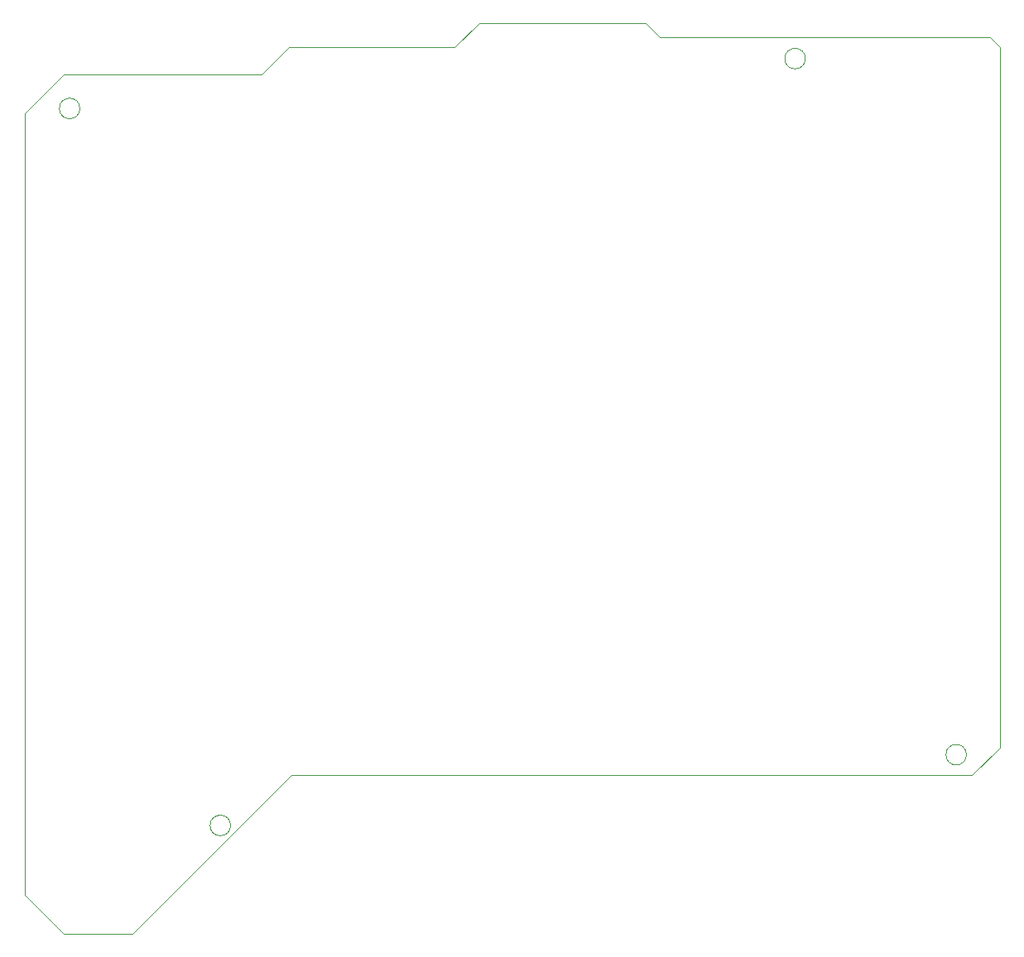
<source format=gbr>
%TF.GenerationSoftware,KiCad,Pcbnew,8.0.4*%
%TF.CreationDate,2024-08-15T01:19:59+08:00*%
%TF.ProjectId,gemini_right,67656d69-6e69-45f7-9269-6768742e6b69,rev?*%
%TF.SameCoordinates,Original*%
%TF.FileFunction,Profile,NP*%
%FSLAX46Y46*%
G04 Gerber Fmt 4.6, Leading zero omitted, Abs format (unit mm)*
G04 Created by KiCad (PCBNEW 8.0.4) date 2024-08-15 01:19:59*
%MOMM*%
%LPD*%
G01*
G04 APERTURE LIST*
%TA.AperFunction,Profile*%
%ADD10C,0.050000*%
%TD*%
G04 APERTURE END LIST*
D10*
X70650000Y-46500000D02*
G75*
G02*
X68550000Y-46500000I-1050000J0D01*
G01*
X68550000Y-46500000D02*
G75*
G02*
X70650000Y-46500000I1050000J0D01*
G01*
X86064200Y-119891800D02*
G75*
G02*
X83964200Y-119891800I-1050000J0D01*
G01*
X83964200Y-119891800D02*
G75*
G02*
X86064200Y-119891800I1050000J0D01*
G01*
X161324000Y-112649000D02*
G75*
G02*
X159224000Y-112649000I-1050000J0D01*
G01*
X159224000Y-112649000D02*
G75*
G02*
X161324000Y-112649000I1050000J0D01*
G01*
X144850000Y-41400000D02*
G75*
G02*
X142750000Y-41400000I-1050000J0D01*
G01*
X142750000Y-41400000D02*
G75*
G02*
X144850000Y-41400000I1050000J0D01*
G01*
X130000000Y-39250000D02*
X163750000Y-39250000D01*
X164750000Y-40250000D01*
X164750000Y-111898600D01*
X161915800Y-114732800D01*
X92262800Y-114737200D01*
X76000000Y-131000000D01*
X69000000Y-131000000D01*
X65000000Y-127000000D01*
X65000000Y-47000000D01*
X69000000Y-43000000D01*
X89250000Y-43000000D01*
X92000000Y-40250000D01*
X109000000Y-40250000D01*
X111500000Y-37750000D01*
X128500000Y-37750000D01*
X130000000Y-39250000D01*
M02*

</source>
